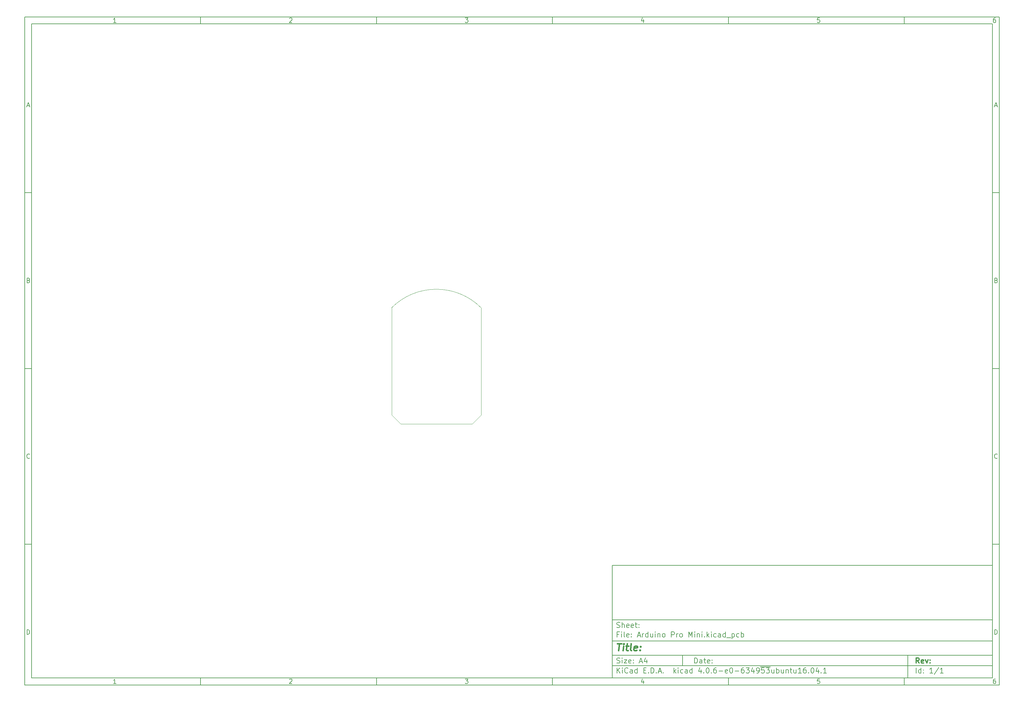
<source format=gbr>
G04 #@! TF.FileFunction,Profile,NP*
%FSLAX46Y46*%
G04 Gerber Fmt 4.6, Leading zero omitted, Abs format (unit mm)*
G04 Created by KiCad (PCBNEW 4.0.6-e0-6349~53~ubuntu16.04.1) date Wed Jun 21 16:24:44 2017*
%MOMM*%
%LPD*%
G01*
G04 APERTURE LIST*
%ADD10C,0.100000*%
%ADD11C,0.150000*%
%ADD12C,0.300000*%
%ADD13C,0.400000*%
G04 APERTURE END LIST*
D10*
D11*
X177002200Y-166007200D02*
X177002200Y-198007200D01*
X285002200Y-198007200D01*
X285002200Y-166007200D01*
X177002200Y-166007200D01*
D10*
D11*
X10000000Y-10000000D02*
X10000000Y-200007200D01*
X287002200Y-200007200D01*
X287002200Y-10000000D01*
X10000000Y-10000000D01*
D10*
D11*
X12000000Y-12000000D02*
X12000000Y-198007200D01*
X285002200Y-198007200D01*
X285002200Y-12000000D01*
X12000000Y-12000000D01*
D10*
D11*
X60000000Y-12000000D02*
X60000000Y-10000000D01*
D10*
D11*
X110000000Y-12000000D02*
X110000000Y-10000000D01*
D10*
D11*
X160000000Y-12000000D02*
X160000000Y-10000000D01*
D10*
D11*
X210000000Y-12000000D02*
X210000000Y-10000000D01*
D10*
D11*
X260000000Y-12000000D02*
X260000000Y-10000000D01*
D10*
D11*
X35990476Y-11588095D02*
X35247619Y-11588095D01*
X35619048Y-11588095D02*
X35619048Y-10288095D01*
X35495238Y-10473810D01*
X35371429Y-10597619D01*
X35247619Y-10659524D01*
D10*
D11*
X85247619Y-10411905D02*
X85309524Y-10350000D01*
X85433333Y-10288095D01*
X85742857Y-10288095D01*
X85866667Y-10350000D01*
X85928571Y-10411905D01*
X85990476Y-10535714D01*
X85990476Y-10659524D01*
X85928571Y-10845238D01*
X85185714Y-11588095D01*
X85990476Y-11588095D01*
D10*
D11*
X135185714Y-10288095D02*
X135990476Y-10288095D01*
X135557143Y-10783333D01*
X135742857Y-10783333D01*
X135866667Y-10845238D01*
X135928571Y-10907143D01*
X135990476Y-11030952D01*
X135990476Y-11340476D01*
X135928571Y-11464286D01*
X135866667Y-11526190D01*
X135742857Y-11588095D01*
X135371429Y-11588095D01*
X135247619Y-11526190D01*
X135185714Y-11464286D01*
D10*
D11*
X185866667Y-10721429D02*
X185866667Y-11588095D01*
X185557143Y-10226190D02*
X185247619Y-11154762D01*
X186052381Y-11154762D01*
D10*
D11*
X235928571Y-10288095D02*
X235309524Y-10288095D01*
X235247619Y-10907143D01*
X235309524Y-10845238D01*
X235433333Y-10783333D01*
X235742857Y-10783333D01*
X235866667Y-10845238D01*
X235928571Y-10907143D01*
X235990476Y-11030952D01*
X235990476Y-11340476D01*
X235928571Y-11464286D01*
X235866667Y-11526190D01*
X235742857Y-11588095D01*
X235433333Y-11588095D01*
X235309524Y-11526190D01*
X235247619Y-11464286D01*
D10*
D11*
X285866667Y-10288095D02*
X285619048Y-10288095D01*
X285495238Y-10350000D01*
X285433333Y-10411905D01*
X285309524Y-10597619D01*
X285247619Y-10845238D01*
X285247619Y-11340476D01*
X285309524Y-11464286D01*
X285371429Y-11526190D01*
X285495238Y-11588095D01*
X285742857Y-11588095D01*
X285866667Y-11526190D01*
X285928571Y-11464286D01*
X285990476Y-11340476D01*
X285990476Y-11030952D01*
X285928571Y-10907143D01*
X285866667Y-10845238D01*
X285742857Y-10783333D01*
X285495238Y-10783333D01*
X285371429Y-10845238D01*
X285309524Y-10907143D01*
X285247619Y-11030952D01*
D10*
D11*
X60000000Y-198007200D02*
X60000000Y-200007200D01*
D10*
D11*
X110000000Y-198007200D02*
X110000000Y-200007200D01*
D10*
D11*
X160000000Y-198007200D02*
X160000000Y-200007200D01*
D10*
D11*
X210000000Y-198007200D02*
X210000000Y-200007200D01*
D10*
D11*
X260000000Y-198007200D02*
X260000000Y-200007200D01*
D10*
D11*
X35990476Y-199595295D02*
X35247619Y-199595295D01*
X35619048Y-199595295D02*
X35619048Y-198295295D01*
X35495238Y-198481010D01*
X35371429Y-198604819D01*
X35247619Y-198666724D01*
D10*
D11*
X85247619Y-198419105D02*
X85309524Y-198357200D01*
X85433333Y-198295295D01*
X85742857Y-198295295D01*
X85866667Y-198357200D01*
X85928571Y-198419105D01*
X85990476Y-198542914D01*
X85990476Y-198666724D01*
X85928571Y-198852438D01*
X85185714Y-199595295D01*
X85990476Y-199595295D01*
D10*
D11*
X135185714Y-198295295D02*
X135990476Y-198295295D01*
X135557143Y-198790533D01*
X135742857Y-198790533D01*
X135866667Y-198852438D01*
X135928571Y-198914343D01*
X135990476Y-199038152D01*
X135990476Y-199347676D01*
X135928571Y-199471486D01*
X135866667Y-199533390D01*
X135742857Y-199595295D01*
X135371429Y-199595295D01*
X135247619Y-199533390D01*
X135185714Y-199471486D01*
D10*
D11*
X185866667Y-198728629D02*
X185866667Y-199595295D01*
X185557143Y-198233390D02*
X185247619Y-199161962D01*
X186052381Y-199161962D01*
D10*
D11*
X235928571Y-198295295D02*
X235309524Y-198295295D01*
X235247619Y-198914343D01*
X235309524Y-198852438D01*
X235433333Y-198790533D01*
X235742857Y-198790533D01*
X235866667Y-198852438D01*
X235928571Y-198914343D01*
X235990476Y-199038152D01*
X235990476Y-199347676D01*
X235928571Y-199471486D01*
X235866667Y-199533390D01*
X235742857Y-199595295D01*
X235433333Y-199595295D01*
X235309524Y-199533390D01*
X235247619Y-199471486D01*
D10*
D11*
X285866667Y-198295295D02*
X285619048Y-198295295D01*
X285495238Y-198357200D01*
X285433333Y-198419105D01*
X285309524Y-198604819D01*
X285247619Y-198852438D01*
X285247619Y-199347676D01*
X285309524Y-199471486D01*
X285371429Y-199533390D01*
X285495238Y-199595295D01*
X285742857Y-199595295D01*
X285866667Y-199533390D01*
X285928571Y-199471486D01*
X285990476Y-199347676D01*
X285990476Y-199038152D01*
X285928571Y-198914343D01*
X285866667Y-198852438D01*
X285742857Y-198790533D01*
X285495238Y-198790533D01*
X285371429Y-198852438D01*
X285309524Y-198914343D01*
X285247619Y-199038152D01*
D10*
D11*
X10000000Y-60000000D02*
X12000000Y-60000000D01*
D10*
D11*
X10000000Y-110000000D02*
X12000000Y-110000000D01*
D10*
D11*
X10000000Y-160000000D02*
X12000000Y-160000000D01*
D10*
D11*
X10690476Y-35216667D02*
X11309524Y-35216667D01*
X10566667Y-35588095D02*
X11000000Y-34288095D01*
X11433333Y-35588095D01*
D10*
D11*
X11092857Y-84907143D02*
X11278571Y-84969048D01*
X11340476Y-85030952D01*
X11402381Y-85154762D01*
X11402381Y-85340476D01*
X11340476Y-85464286D01*
X11278571Y-85526190D01*
X11154762Y-85588095D01*
X10659524Y-85588095D01*
X10659524Y-84288095D01*
X11092857Y-84288095D01*
X11216667Y-84350000D01*
X11278571Y-84411905D01*
X11340476Y-84535714D01*
X11340476Y-84659524D01*
X11278571Y-84783333D01*
X11216667Y-84845238D01*
X11092857Y-84907143D01*
X10659524Y-84907143D01*
D10*
D11*
X11402381Y-135464286D02*
X11340476Y-135526190D01*
X11154762Y-135588095D01*
X11030952Y-135588095D01*
X10845238Y-135526190D01*
X10721429Y-135402381D01*
X10659524Y-135278571D01*
X10597619Y-135030952D01*
X10597619Y-134845238D01*
X10659524Y-134597619D01*
X10721429Y-134473810D01*
X10845238Y-134350000D01*
X11030952Y-134288095D01*
X11154762Y-134288095D01*
X11340476Y-134350000D01*
X11402381Y-134411905D01*
D10*
D11*
X10659524Y-185588095D02*
X10659524Y-184288095D01*
X10969048Y-184288095D01*
X11154762Y-184350000D01*
X11278571Y-184473810D01*
X11340476Y-184597619D01*
X11402381Y-184845238D01*
X11402381Y-185030952D01*
X11340476Y-185278571D01*
X11278571Y-185402381D01*
X11154762Y-185526190D01*
X10969048Y-185588095D01*
X10659524Y-185588095D01*
D10*
D11*
X287002200Y-60000000D02*
X285002200Y-60000000D01*
D10*
D11*
X287002200Y-110000000D02*
X285002200Y-110000000D01*
D10*
D11*
X287002200Y-160000000D02*
X285002200Y-160000000D01*
D10*
D11*
X285692676Y-35216667D02*
X286311724Y-35216667D01*
X285568867Y-35588095D02*
X286002200Y-34288095D01*
X286435533Y-35588095D01*
D10*
D11*
X286095057Y-84907143D02*
X286280771Y-84969048D01*
X286342676Y-85030952D01*
X286404581Y-85154762D01*
X286404581Y-85340476D01*
X286342676Y-85464286D01*
X286280771Y-85526190D01*
X286156962Y-85588095D01*
X285661724Y-85588095D01*
X285661724Y-84288095D01*
X286095057Y-84288095D01*
X286218867Y-84350000D01*
X286280771Y-84411905D01*
X286342676Y-84535714D01*
X286342676Y-84659524D01*
X286280771Y-84783333D01*
X286218867Y-84845238D01*
X286095057Y-84907143D01*
X285661724Y-84907143D01*
D10*
D11*
X286404581Y-135464286D02*
X286342676Y-135526190D01*
X286156962Y-135588095D01*
X286033152Y-135588095D01*
X285847438Y-135526190D01*
X285723629Y-135402381D01*
X285661724Y-135278571D01*
X285599819Y-135030952D01*
X285599819Y-134845238D01*
X285661724Y-134597619D01*
X285723629Y-134473810D01*
X285847438Y-134350000D01*
X286033152Y-134288095D01*
X286156962Y-134288095D01*
X286342676Y-134350000D01*
X286404581Y-134411905D01*
D10*
D11*
X285661724Y-185588095D02*
X285661724Y-184288095D01*
X285971248Y-184288095D01*
X286156962Y-184350000D01*
X286280771Y-184473810D01*
X286342676Y-184597619D01*
X286404581Y-184845238D01*
X286404581Y-185030952D01*
X286342676Y-185278571D01*
X286280771Y-185402381D01*
X286156962Y-185526190D01*
X285971248Y-185588095D01*
X285661724Y-185588095D01*
D10*
D11*
X200359343Y-193785771D02*
X200359343Y-192285771D01*
X200716486Y-192285771D01*
X200930771Y-192357200D01*
X201073629Y-192500057D01*
X201145057Y-192642914D01*
X201216486Y-192928629D01*
X201216486Y-193142914D01*
X201145057Y-193428629D01*
X201073629Y-193571486D01*
X200930771Y-193714343D01*
X200716486Y-193785771D01*
X200359343Y-193785771D01*
X202502200Y-193785771D02*
X202502200Y-193000057D01*
X202430771Y-192857200D01*
X202287914Y-192785771D01*
X202002200Y-192785771D01*
X201859343Y-192857200D01*
X202502200Y-193714343D02*
X202359343Y-193785771D01*
X202002200Y-193785771D01*
X201859343Y-193714343D01*
X201787914Y-193571486D01*
X201787914Y-193428629D01*
X201859343Y-193285771D01*
X202002200Y-193214343D01*
X202359343Y-193214343D01*
X202502200Y-193142914D01*
X203002200Y-192785771D02*
X203573629Y-192785771D01*
X203216486Y-192285771D02*
X203216486Y-193571486D01*
X203287914Y-193714343D01*
X203430772Y-193785771D01*
X203573629Y-193785771D01*
X204645057Y-193714343D02*
X204502200Y-193785771D01*
X204216486Y-193785771D01*
X204073629Y-193714343D01*
X204002200Y-193571486D01*
X204002200Y-193000057D01*
X204073629Y-192857200D01*
X204216486Y-192785771D01*
X204502200Y-192785771D01*
X204645057Y-192857200D01*
X204716486Y-193000057D01*
X204716486Y-193142914D01*
X204002200Y-193285771D01*
X205359343Y-193642914D02*
X205430771Y-193714343D01*
X205359343Y-193785771D01*
X205287914Y-193714343D01*
X205359343Y-193642914D01*
X205359343Y-193785771D01*
X205359343Y-192857200D02*
X205430771Y-192928629D01*
X205359343Y-193000057D01*
X205287914Y-192928629D01*
X205359343Y-192857200D01*
X205359343Y-193000057D01*
D10*
D11*
X177002200Y-194507200D02*
X285002200Y-194507200D01*
D10*
D11*
X178359343Y-196585771D02*
X178359343Y-195085771D01*
X179216486Y-196585771D02*
X178573629Y-195728629D01*
X179216486Y-195085771D02*
X178359343Y-195942914D01*
X179859343Y-196585771D02*
X179859343Y-195585771D01*
X179859343Y-195085771D02*
X179787914Y-195157200D01*
X179859343Y-195228629D01*
X179930771Y-195157200D01*
X179859343Y-195085771D01*
X179859343Y-195228629D01*
X181430772Y-196442914D02*
X181359343Y-196514343D01*
X181145057Y-196585771D01*
X181002200Y-196585771D01*
X180787915Y-196514343D01*
X180645057Y-196371486D01*
X180573629Y-196228629D01*
X180502200Y-195942914D01*
X180502200Y-195728629D01*
X180573629Y-195442914D01*
X180645057Y-195300057D01*
X180787915Y-195157200D01*
X181002200Y-195085771D01*
X181145057Y-195085771D01*
X181359343Y-195157200D01*
X181430772Y-195228629D01*
X182716486Y-196585771D02*
X182716486Y-195800057D01*
X182645057Y-195657200D01*
X182502200Y-195585771D01*
X182216486Y-195585771D01*
X182073629Y-195657200D01*
X182716486Y-196514343D02*
X182573629Y-196585771D01*
X182216486Y-196585771D01*
X182073629Y-196514343D01*
X182002200Y-196371486D01*
X182002200Y-196228629D01*
X182073629Y-196085771D01*
X182216486Y-196014343D01*
X182573629Y-196014343D01*
X182716486Y-195942914D01*
X184073629Y-196585771D02*
X184073629Y-195085771D01*
X184073629Y-196514343D02*
X183930772Y-196585771D01*
X183645058Y-196585771D01*
X183502200Y-196514343D01*
X183430772Y-196442914D01*
X183359343Y-196300057D01*
X183359343Y-195871486D01*
X183430772Y-195728629D01*
X183502200Y-195657200D01*
X183645058Y-195585771D01*
X183930772Y-195585771D01*
X184073629Y-195657200D01*
X185930772Y-195800057D02*
X186430772Y-195800057D01*
X186645058Y-196585771D02*
X185930772Y-196585771D01*
X185930772Y-195085771D01*
X186645058Y-195085771D01*
X187287915Y-196442914D02*
X187359343Y-196514343D01*
X187287915Y-196585771D01*
X187216486Y-196514343D01*
X187287915Y-196442914D01*
X187287915Y-196585771D01*
X188002201Y-196585771D02*
X188002201Y-195085771D01*
X188359344Y-195085771D01*
X188573629Y-195157200D01*
X188716487Y-195300057D01*
X188787915Y-195442914D01*
X188859344Y-195728629D01*
X188859344Y-195942914D01*
X188787915Y-196228629D01*
X188716487Y-196371486D01*
X188573629Y-196514343D01*
X188359344Y-196585771D01*
X188002201Y-196585771D01*
X189502201Y-196442914D02*
X189573629Y-196514343D01*
X189502201Y-196585771D01*
X189430772Y-196514343D01*
X189502201Y-196442914D01*
X189502201Y-196585771D01*
X190145058Y-196157200D02*
X190859344Y-196157200D01*
X190002201Y-196585771D02*
X190502201Y-195085771D01*
X191002201Y-196585771D01*
X191502201Y-196442914D02*
X191573629Y-196514343D01*
X191502201Y-196585771D01*
X191430772Y-196514343D01*
X191502201Y-196442914D01*
X191502201Y-196585771D01*
X194502201Y-196585771D02*
X194502201Y-195085771D01*
X194645058Y-196014343D02*
X195073629Y-196585771D01*
X195073629Y-195585771D02*
X194502201Y-196157200D01*
X195716487Y-196585771D02*
X195716487Y-195585771D01*
X195716487Y-195085771D02*
X195645058Y-195157200D01*
X195716487Y-195228629D01*
X195787915Y-195157200D01*
X195716487Y-195085771D01*
X195716487Y-195228629D01*
X197073630Y-196514343D02*
X196930773Y-196585771D01*
X196645059Y-196585771D01*
X196502201Y-196514343D01*
X196430773Y-196442914D01*
X196359344Y-196300057D01*
X196359344Y-195871486D01*
X196430773Y-195728629D01*
X196502201Y-195657200D01*
X196645059Y-195585771D01*
X196930773Y-195585771D01*
X197073630Y-195657200D01*
X198359344Y-196585771D02*
X198359344Y-195800057D01*
X198287915Y-195657200D01*
X198145058Y-195585771D01*
X197859344Y-195585771D01*
X197716487Y-195657200D01*
X198359344Y-196514343D02*
X198216487Y-196585771D01*
X197859344Y-196585771D01*
X197716487Y-196514343D01*
X197645058Y-196371486D01*
X197645058Y-196228629D01*
X197716487Y-196085771D01*
X197859344Y-196014343D01*
X198216487Y-196014343D01*
X198359344Y-195942914D01*
X199716487Y-196585771D02*
X199716487Y-195085771D01*
X199716487Y-196514343D02*
X199573630Y-196585771D01*
X199287916Y-196585771D01*
X199145058Y-196514343D01*
X199073630Y-196442914D01*
X199002201Y-196300057D01*
X199002201Y-195871486D01*
X199073630Y-195728629D01*
X199145058Y-195657200D01*
X199287916Y-195585771D01*
X199573630Y-195585771D01*
X199716487Y-195657200D01*
X202216487Y-195585771D02*
X202216487Y-196585771D01*
X201859344Y-195014343D02*
X201502201Y-196085771D01*
X202430773Y-196085771D01*
X203002201Y-196442914D02*
X203073629Y-196514343D01*
X203002201Y-196585771D01*
X202930772Y-196514343D01*
X203002201Y-196442914D01*
X203002201Y-196585771D01*
X204002201Y-195085771D02*
X204145058Y-195085771D01*
X204287915Y-195157200D01*
X204359344Y-195228629D01*
X204430773Y-195371486D01*
X204502201Y-195657200D01*
X204502201Y-196014343D01*
X204430773Y-196300057D01*
X204359344Y-196442914D01*
X204287915Y-196514343D01*
X204145058Y-196585771D01*
X204002201Y-196585771D01*
X203859344Y-196514343D01*
X203787915Y-196442914D01*
X203716487Y-196300057D01*
X203645058Y-196014343D01*
X203645058Y-195657200D01*
X203716487Y-195371486D01*
X203787915Y-195228629D01*
X203859344Y-195157200D01*
X204002201Y-195085771D01*
X205145058Y-196442914D02*
X205216486Y-196514343D01*
X205145058Y-196585771D01*
X205073629Y-196514343D01*
X205145058Y-196442914D01*
X205145058Y-196585771D01*
X206502201Y-195085771D02*
X206216487Y-195085771D01*
X206073630Y-195157200D01*
X206002201Y-195228629D01*
X205859344Y-195442914D01*
X205787915Y-195728629D01*
X205787915Y-196300057D01*
X205859344Y-196442914D01*
X205930772Y-196514343D01*
X206073630Y-196585771D01*
X206359344Y-196585771D01*
X206502201Y-196514343D01*
X206573630Y-196442914D01*
X206645058Y-196300057D01*
X206645058Y-195942914D01*
X206573630Y-195800057D01*
X206502201Y-195728629D01*
X206359344Y-195657200D01*
X206073630Y-195657200D01*
X205930772Y-195728629D01*
X205859344Y-195800057D01*
X205787915Y-195942914D01*
X207287915Y-196014343D02*
X208430772Y-196014343D01*
X209716486Y-196514343D02*
X209573629Y-196585771D01*
X209287915Y-196585771D01*
X209145058Y-196514343D01*
X209073629Y-196371486D01*
X209073629Y-195800057D01*
X209145058Y-195657200D01*
X209287915Y-195585771D01*
X209573629Y-195585771D01*
X209716486Y-195657200D01*
X209787915Y-195800057D01*
X209787915Y-195942914D01*
X209073629Y-196085771D01*
X210716486Y-195085771D02*
X210859343Y-195085771D01*
X211002200Y-195157200D01*
X211073629Y-195228629D01*
X211145058Y-195371486D01*
X211216486Y-195657200D01*
X211216486Y-196014343D01*
X211145058Y-196300057D01*
X211073629Y-196442914D01*
X211002200Y-196514343D01*
X210859343Y-196585771D01*
X210716486Y-196585771D01*
X210573629Y-196514343D01*
X210502200Y-196442914D01*
X210430772Y-196300057D01*
X210359343Y-196014343D01*
X210359343Y-195657200D01*
X210430772Y-195371486D01*
X210502200Y-195228629D01*
X210573629Y-195157200D01*
X210716486Y-195085771D01*
X211859343Y-196014343D02*
X213002200Y-196014343D01*
X214359343Y-195085771D02*
X214073629Y-195085771D01*
X213930772Y-195157200D01*
X213859343Y-195228629D01*
X213716486Y-195442914D01*
X213645057Y-195728629D01*
X213645057Y-196300057D01*
X213716486Y-196442914D01*
X213787914Y-196514343D01*
X213930772Y-196585771D01*
X214216486Y-196585771D01*
X214359343Y-196514343D01*
X214430772Y-196442914D01*
X214502200Y-196300057D01*
X214502200Y-195942914D01*
X214430772Y-195800057D01*
X214359343Y-195728629D01*
X214216486Y-195657200D01*
X213930772Y-195657200D01*
X213787914Y-195728629D01*
X213716486Y-195800057D01*
X213645057Y-195942914D01*
X215002200Y-195085771D02*
X215930771Y-195085771D01*
X215430771Y-195657200D01*
X215645057Y-195657200D01*
X215787914Y-195728629D01*
X215859343Y-195800057D01*
X215930771Y-195942914D01*
X215930771Y-196300057D01*
X215859343Y-196442914D01*
X215787914Y-196514343D01*
X215645057Y-196585771D01*
X215216485Y-196585771D01*
X215073628Y-196514343D01*
X215002200Y-196442914D01*
X217216485Y-195585771D02*
X217216485Y-196585771D01*
X216859342Y-195014343D02*
X216502199Y-196085771D01*
X217430771Y-196085771D01*
X218073627Y-196585771D02*
X218359342Y-196585771D01*
X218502199Y-196514343D01*
X218573627Y-196442914D01*
X218716485Y-196228629D01*
X218787913Y-195942914D01*
X218787913Y-195371486D01*
X218716485Y-195228629D01*
X218645056Y-195157200D01*
X218502199Y-195085771D01*
X218216485Y-195085771D01*
X218073627Y-195157200D01*
X218002199Y-195228629D01*
X217930770Y-195371486D01*
X217930770Y-195728629D01*
X218002199Y-195871486D01*
X218073627Y-195942914D01*
X218216485Y-196014343D01*
X218502199Y-196014343D01*
X218645056Y-195942914D01*
X218716485Y-195871486D01*
X218787913Y-195728629D01*
X220145056Y-195085771D02*
X219430770Y-195085771D01*
X219359341Y-195800057D01*
X219430770Y-195728629D01*
X219573627Y-195657200D01*
X219930770Y-195657200D01*
X220073627Y-195728629D01*
X220145056Y-195800057D01*
X220216484Y-195942914D01*
X220216484Y-196300057D01*
X220145056Y-196442914D01*
X220073627Y-196514343D01*
X219930770Y-196585771D01*
X219573627Y-196585771D01*
X219430770Y-196514343D01*
X219359341Y-196442914D01*
X220716484Y-195085771D02*
X221645055Y-195085771D01*
X221145055Y-195657200D01*
X221359341Y-195657200D01*
X221502198Y-195728629D01*
X221573627Y-195800057D01*
X221645055Y-195942914D01*
X221645055Y-196300057D01*
X221573627Y-196442914D01*
X221502198Y-196514343D01*
X221359341Y-196585771D01*
X220930769Y-196585771D01*
X220787912Y-196514343D01*
X220716484Y-196442914D01*
X219073627Y-194827200D02*
X221930769Y-194827200D01*
X222930769Y-195585771D02*
X222930769Y-196585771D01*
X222287912Y-195585771D02*
X222287912Y-196371486D01*
X222359340Y-196514343D01*
X222502198Y-196585771D01*
X222716483Y-196585771D01*
X222859340Y-196514343D01*
X222930769Y-196442914D01*
X223645055Y-196585771D02*
X223645055Y-195085771D01*
X223645055Y-195657200D02*
X223787912Y-195585771D01*
X224073626Y-195585771D01*
X224216483Y-195657200D01*
X224287912Y-195728629D01*
X224359341Y-195871486D01*
X224359341Y-196300057D01*
X224287912Y-196442914D01*
X224216483Y-196514343D01*
X224073626Y-196585771D01*
X223787912Y-196585771D01*
X223645055Y-196514343D01*
X225645055Y-195585771D02*
X225645055Y-196585771D01*
X225002198Y-195585771D02*
X225002198Y-196371486D01*
X225073626Y-196514343D01*
X225216484Y-196585771D01*
X225430769Y-196585771D01*
X225573626Y-196514343D01*
X225645055Y-196442914D01*
X226359341Y-195585771D02*
X226359341Y-196585771D01*
X226359341Y-195728629D02*
X226430769Y-195657200D01*
X226573627Y-195585771D01*
X226787912Y-195585771D01*
X226930769Y-195657200D01*
X227002198Y-195800057D01*
X227002198Y-196585771D01*
X227502198Y-195585771D02*
X228073627Y-195585771D01*
X227716484Y-195085771D02*
X227716484Y-196371486D01*
X227787912Y-196514343D01*
X227930770Y-196585771D01*
X228073627Y-196585771D01*
X229216484Y-195585771D02*
X229216484Y-196585771D01*
X228573627Y-195585771D02*
X228573627Y-196371486D01*
X228645055Y-196514343D01*
X228787913Y-196585771D01*
X229002198Y-196585771D01*
X229145055Y-196514343D01*
X229216484Y-196442914D01*
X230716484Y-196585771D02*
X229859341Y-196585771D01*
X230287913Y-196585771D02*
X230287913Y-195085771D01*
X230145056Y-195300057D01*
X230002198Y-195442914D01*
X229859341Y-195514343D01*
X232002198Y-195085771D02*
X231716484Y-195085771D01*
X231573627Y-195157200D01*
X231502198Y-195228629D01*
X231359341Y-195442914D01*
X231287912Y-195728629D01*
X231287912Y-196300057D01*
X231359341Y-196442914D01*
X231430769Y-196514343D01*
X231573627Y-196585771D01*
X231859341Y-196585771D01*
X232002198Y-196514343D01*
X232073627Y-196442914D01*
X232145055Y-196300057D01*
X232145055Y-195942914D01*
X232073627Y-195800057D01*
X232002198Y-195728629D01*
X231859341Y-195657200D01*
X231573627Y-195657200D01*
X231430769Y-195728629D01*
X231359341Y-195800057D01*
X231287912Y-195942914D01*
X232787912Y-196442914D02*
X232859340Y-196514343D01*
X232787912Y-196585771D01*
X232716483Y-196514343D01*
X232787912Y-196442914D01*
X232787912Y-196585771D01*
X233787912Y-195085771D02*
X233930769Y-195085771D01*
X234073626Y-195157200D01*
X234145055Y-195228629D01*
X234216484Y-195371486D01*
X234287912Y-195657200D01*
X234287912Y-196014343D01*
X234216484Y-196300057D01*
X234145055Y-196442914D01*
X234073626Y-196514343D01*
X233930769Y-196585771D01*
X233787912Y-196585771D01*
X233645055Y-196514343D01*
X233573626Y-196442914D01*
X233502198Y-196300057D01*
X233430769Y-196014343D01*
X233430769Y-195657200D01*
X233502198Y-195371486D01*
X233573626Y-195228629D01*
X233645055Y-195157200D01*
X233787912Y-195085771D01*
X235573626Y-195585771D02*
X235573626Y-196585771D01*
X235216483Y-195014343D02*
X234859340Y-196085771D01*
X235787912Y-196085771D01*
X236359340Y-196442914D02*
X236430768Y-196514343D01*
X236359340Y-196585771D01*
X236287911Y-196514343D01*
X236359340Y-196442914D01*
X236359340Y-196585771D01*
X237859340Y-196585771D02*
X237002197Y-196585771D01*
X237430769Y-196585771D02*
X237430769Y-195085771D01*
X237287912Y-195300057D01*
X237145054Y-195442914D01*
X237002197Y-195514343D01*
D10*
D11*
X177002200Y-191507200D02*
X285002200Y-191507200D01*
D10*
D12*
X264216486Y-193785771D02*
X263716486Y-193071486D01*
X263359343Y-193785771D02*
X263359343Y-192285771D01*
X263930771Y-192285771D01*
X264073629Y-192357200D01*
X264145057Y-192428629D01*
X264216486Y-192571486D01*
X264216486Y-192785771D01*
X264145057Y-192928629D01*
X264073629Y-193000057D01*
X263930771Y-193071486D01*
X263359343Y-193071486D01*
X265430771Y-193714343D02*
X265287914Y-193785771D01*
X265002200Y-193785771D01*
X264859343Y-193714343D01*
X264787914Y-193571486D01*
X264787914Y-193000057D01*
X264859343Y-192857200D01*
X265002200Y-192785771D01*
X265287914Y-192785771D01*
X265430771Y-192857200D01*
X265502200Y-193000057D01*
X265502200Y-193142914D01*
X264787914Y-193285771D01*
X266002200Y-192785771D02*
X266359343Y-193785771D01*
X266716485Y-192785771D01*
X267287914Y-193642914D02*
X267359342Y-193714343D01*
X267287914Y-193785771D01*
X267216485Y-193714343D01*
X267287914Y-193642914D01*
X267287914Y-193785771D01*
X267287914Y-192857200D02*
X267359342Y-192928629D01*
X267287914Y-193000057D01*
X267216485Y-192928629D01*
X267287914Y-192857200D01*
X267287914Y-193000057D01*
D10*
D11*
X178287914Y-193714343D02*
X178502200Y-193785771D01*
X178859343Y-193785771D01*
X179002200Y-193714343D01*
X179073629Y-193642914D01*
X179145057Y-193500057D01*
X179145057Y-193357200D01*
X179073629Y-193214343D01*
X179002200Y-193142914D01*
X178859343Y-193071486D01*
X178573629Y-193000057D01*
X178430771Y-192928629D01*
X178359343Y-192857200D01*
X178287914Y-192714343D01*
X178287914Y-192571486D01*
X178359343Y-192428629D01*
X178430771Y-192357200D01*
X178573629Y-192285771D01*
X178930771Y-192285771D01*
X179145057Y-192357200D01*
X179787914Y-193785771D02*
X179787914Y-192785771D01*
X179787914Y-192285771D02*
X179716485Y-192357200D01*
X179787914Y-192428629D01*
X179859342Y-192357200D01*
X179787914Y-192285771D01*
X179787914Y-192428629D01*
X180359343Y-192785771D02*
X181145057Y-192785771D01*
X180359343Y-193785771D01*
X181145057Y-193785771D01*
X182287914Y-193714343D02*
X182145057Y-193785771D01*
X181859343Y-193785771D01*
X181716486Y-193714343D01*
X181645057Y-193571486D01*
X181645057Y-193000057D01*
X181716486Y-192857200D01*
X181859343Y-192785771D01*
X182145057Y-192785771D01*
X182287914Y-192857200D01*
X182359343Y-193000057D01*
X182359343Y-193142914D01*
X181645057Y-193285771D01*
X183002200Y-193642914D02*
X183073628Y-193714343D01*
X183002200Y-193785771D01*
X182930771Y-193714343D01*
X183002200Y-193642914D01*
X183002200Y-193785771D01*
X183002200Y-192857200D02*
X183073628Y-192928629D01*
X183002200Y-193000057D01*
X182930771Y-192928629D01*
X183002200Y-192857200D01*
X183002200Y-193000057D01*
X184787914Y-193357200D02*
X185502200Y-193357200D01*
X184645057Y-193785771D02*
X185145057Y-192285771D01*
X185645057Y-193785771D01*
X186787914Y-192785771D02*
X186787914Y-193785771D01*
X186430771Y-192214343D02*
X186073628Y-193285771D01*
X187002200Y-193285771D01*
D10*
D11*
X263359343Y-196585771D02*
X263359343Y-195085771D01*
X264716486Y-196585771D02*
X264716486Y-195085771D01*
X264716486Y-196514343D02*
X264573629Y-196585771D01*
X264287915Y-196585771D01*
X264145057Y-196514343D01*
X264073629Y-196442914D01*
X264002200Y-196300057D01*
X264002200Y-195871486D01*
X264073629Y-195728629D01*
X264145057Y-195657200D01*
X264287915Y-195585771D01*
X264573629Y-195585771D01*
X264716486Y-195657200D01*
X265430772Y-196442914D02*
X265502200Y-196514343D01*
X265430772Y-196585771D01*
X265359343Y-196514343D01*
X265430772Y-196442914D01*
X265430772Y-196585771D01*
X265430772Y-195657200D02*
X265502200Y-195728629D01*
X265430772Y-195800057D01*
X265359343Y-195728629D01*
X265430772Y-195657200D01*
X265430772Y-195800057D01*
X268073629Y-196585771D02*
X267216486Y-196585771D01*
X267645058Y-196585771D02*
X267645058Y-195085771D01*
X267502201Y-195300057D01*
X267359343Y-195442914D01*
X267216486Y-195514343D01*
X269787914Y-195014343D02*
X268502200Y-196942914D01*
X271073629Y-196585771D02*
X270216486Y-196585771D01*
X270645058Y-196585771D02*
X270645058Y-195085771D01*
X270502201Y-195300057D01*
X270359343Y-195442914D01*
X270216486Y-195514343D01*
D10*
D11*
X177002200Y-187507200D02*
X285002200Y-187507200D01*
D10*
D13*
X178454581Y-188211962D02*
X179597438Y-188211962D01*
X178776010Y-190211962D02*
X179026010Y-188211962D01*
X180014105Y-190211962D02*
X180180771Y-188878629D01*
X180264105Y-188211962D02*
X180156962Y-188307200D01*
X180240295Y-188402438D01*
X180347439Y-188307200D01*
X180264105Y-188211962D01*
X180240295Y-188402438D01*
X180847438Y-188878629D02*
X181609343Y-188878629D01*
X181216486Y-188211962D02*
X181002200Y-189926248D01*
X181073630Y-190116724D01*
X181252201Y-190211962D01*
X181442677Y-190211962D01*
X182395058Y-190211962D02*
X182216487Y-190116724D01*
X182145057Y-189926248D01*
X182359343Y-188211962D01*
X183930772Y-190116724D02*
X183728391Y-190211962D01*
X183347439Y-190211962D01*
X183168867Y-190116724D01*
X183097438Y-189926248D01*
X183192676Y-189164343D01*
X183311724Y-188973867D01*
X183514105Y-188878629D01*
X183895057Y-188878629D01*
X184073629Y-188973867D01*
X184145057Y-189164343D01*
X184121248Y-189354819D01*
X183145057Y-189545295D01*
X184895057Y-190021486D02*
X184978392Y-190116724D01*
X184871248Y-190211962D01*
X184787915Y-190116724D01*
X184895057Y-190021486D01*
X184871248Y-190211962D01*
X185026010Y-188973867D02*
X185109344Y-189069105D01*
X185002200Y-189164343D01*
X184918867Y-189069105D01*
X185026010Y-188973867D01*
X185002200Y-189164343D01*
D10*
D11*
X178859343Y-185600057D02*
X178359343Y-185600057D01*
X178359343Y-186385771D02*
X178359343Y-184885771D01*
X179073629Y-184885771D01*
X179645057Y-186385771D02*
X179645057Y-185385771D01*
X179645057Y-184885771D02*
X179573628Y-184957200D01*
X179645057Y-185028629D01*
X179716485Y-184957200D01*
X179645057Y-184885771D01*
X179645057Y-185028629D01*
X180573629Y-186385771D02*
X180430771Y-186314343D01*
X180359343Y-186171486D01*
X180359343Y-184885771D01*
X181716485Y-186314343D02*
X181573628Y-186385771D01*
X181287914Y-186385771D01*
X181145057Y-186314343D01*
X181073628Y-186171486D01*
X181073628Y-185600057D01*
X181145057Y-185457200D01*
X181287914Y-185385771D01*
X181573628Y-185385771D01*
X181716485Y-185457200D01*
X181787914Y-185600057D01*
X181787914Y-185742914D01*
X181073628Y-185885771D01*
X182430771Y-186242914D02*
X182502199Y-186314343D01*
X182430771Y-186385771D01*
X182359342Y-186314343D01*
X182430771Y-186242914D01*
X182430771Y-186385771D01*
X182430771Y-185457200D02*
X182502199Y-185528629D01*
X182430771Y-185600057D01*
X182359342Y-185528629D01*
X182430771Y-185457200D01*
X182430771Y-185600057D01*
X184216485Y-185957200D02*
X184930771Y-185957200D01*
X184073628Y-186385771D02*
X184573628Y-184885771D01*
X185073628Y-186385771D01*
X185573628Y-186385771D02*
X185573628Y-185385771D01*
X185573628Y-185671486D02*
X185645056Y-185528629D01*
X185716485Y-185457200D01*
X185859342Y-185385771D01*
X186002199Y-185385771D01*
X187145056Y-186385771D02*
X187145056Y-184885771D01*
X187145056Y-186314343D02*
X187002199Y-186385771D01*
X186716485Y-186385771D01*
X186573627Y-186314343D01*
X186502199Y-186242914D01*
X186430770Y-186100057D01*
X186430770Y-185671486D01*
X186502199Y-185528629D01*
X186573627Y-185457200D01*
X186716485Y-185385771D01*
X187002199Y-185385771D01*
X187145056Y-185457200D01*
X188502199Y-185385771D02*
X188502199Y-186385771D01*
X187859342Y-185385771D02*
X187859342Y-186171486D01*
X187930770Y-186314343D01*
X188073628Y-186385771D01*
X188287913Y-186385771D01*
X188430770Y-186314343D01*
X188502199Y-186242914D01*
X189216485Y-186385771D02*
X189216485Y-185385771D01*
X189216485Y-184885771D02*
X189145056Y-184957200D01*
X189216485Y-185028629D01*
X189287913Y-184957200D01*
X189216485Y-184885771D01*
X189216485Y-185028629D01*
X189930771Y-185385771D02*
X189930771Y-186385771D01*
X189930771Y-185528629D02*
X190002199Y-185457200D01*
X190145057Y-185385771D01*
X190359342Y-185385771D01*
X190502199Y-185457200D01*
X190573628Y-185600057D01*
X190573628Y-186385771D01*
X191502200Y-186385771D02*
X191359342Y-186314343D01*
X191287914Y-186242914D01*
X191216485Y-186100057D01*
X191216485Y-185671486D01*
X191287914Y-185528629D01*
X191359342Y-185457200D01*
X191502200Y-185385771D01*
X191716485Y-185385771D01*
X191859342Y-185457200D01*
X191930771Y-185528629D01*
X192002200Y-185671486D01*
X192002200Y-186100057D01*
X191930771Y-186242914D01*
X191859342Y-186314343D01*
X191716485Y-186385771D01*
X191502200Y-186385771D01*
X193787914Y-186385771D02*
X193787914Y-184885771D01*
X194359342Y-184885771D01*
X194502200Y-184957200D01*
X194573628Y-185028629D01*
X194645057Y-185171486D01*
X194645057Y-185385771D01*
X194573628Y-185528629D01*
X194502200Y-185600057D01*
X194359342Y-185671486D01*
X193787914Y-185671486D01*
X195287914Y-186385771D02*
X195287914Y-185385771D01*
X195287914Y-185671486D02*
X195359342Y-185528629D01*
X195430771Y-185457200D01*
X195573628Y-185385771D01*
X195716485Y-185385771D01*
X196430771Y-186385771D02*
X196287913Y-186314343D01*
X196216485Y-186242914D01*
X196145056Y-186100057D01*
X196145056Y-185671486D01*
X196216485Y-185528629D01*
X196287913Y-185457200D01*
X196430771Y-185385771D01*
X196645056Y-185385771D01*
X196787913Y-185457200D01*
X196859342Y-185528629D01*
X196930771Y-185671486D01*
X196930771Y-186100057D01*
X196859342Y-186242914D01*
X196787913Y-186314343D01*
X196645056Y-186385771D01*
X196430771Y-186385771D01*
X198716485Y-186385771D02*
X198716485Y-184885771D01*
X199216485Y-185957200D01*
X199716485Y-184885771D01*
X199716485Y-186385771D01*
X200430771Y-186385771D02*
X200430771Y-185385771D01*
X200430771Y-184885771D02*
X200359342Y-184957200D01*
X200430771Y-185028629D01*
X200502199Y-184957200D01*
X200430771Y-184885771D01*
X200430771Y-185028629D01*
X201145057Y-185385771D02*
X201145057Y-186385771D01*
X201145057Y-185528629D02*
X201216485Y-185457200D01*
X201359343Y-185385771D01*
X201573628Y-185385771D01*
X201716485Y-185457200D01*
X201787914Y-185600057D01*
X201787914Y-186385771D01*
X202502200Y-186385771D02*
X202502200Y-185385771D01*
X202502200Y-184885771D02*
X202430771Y-184957200D01*
X202502200Y-185028629D01*
X202573628Y-184957200D01*
X202502200Y-184885771D01*
X202502200Y-185028629D01*
X203216486Y-186242914D02*
X203287914Y-186314343D01*
X203216486Y-186385771D01*
X203145057Y-186314343D01*
X203216486Y-186242914D01*
X203216486Y-186385771D01*
X203930772Y-186385771D02*
X203930772Y-184885771D01*
X204073629Y-185814343D02*
X204502200Y-186385771D01*
X204502200Y-185385771D02*
X203930772Y-185957200D01*
X205145058Y-186385771D02*
X205145058Y-185385771D01*
X205145058Y-184885771D02*
X205073629Y-184957200D01*
X205145058Y-185028629D01*
X205216486Y-184957200D01*
X205145058Y-184885771D01*
X205145058Y-185028629D01*
X206502201Y-186314343D02*
X206359344Y-186385771D01*
X206073630Y-186385771D01*
X205930772Y-186314343D01*
X205859344Y-186242914D01*
X205787915Y-186100057D01*
X205787915Y-185671486D01*
X205859344Y-185528629D01*
X205930772Y-185457200D01*
X206073630Y-185385771D01*
X206359344Y-185385771D01*
X206502201Y-185457200D01*
X207787915Y-186385771D02*
X207787915Y-185600057D01*
X207716486Y-185457200D01*
X207573629Y-185385771D01*
X207287915Y-185385771D01*
X207145058Y-185457200D01*
X207787915Y-186314343D02*
X207645058Y-186385771D01*
X207287915Y-186385771D01*
X207145058Y-186314343D01*
X207073629Y-186171486D01*
X207073629Y-186028629D01*
X207145058Y-185885771D01*
X207287915Y-185814343D01*
X207645058Y-185814343D01*
X207787915Y-185742914D01*
X209145058Y-186385771D02*
X209145058Y-184885771D01*
X209145058Y-186314343D02*
X209002201Y-186385771D01*
X208716487Y-186385771D01*
X208573629Y-186314343D01*
X208502201Y-186242914D01*
X208430772Y-186100057D01*
X208430772Y-185671486D01*
X208502201Y-185528629D01*
X208573629Y-185457200D01*
X208716487Y-185385771D01*
X209002201Y-185385771D01*
X209145058Y-185457200D01*
X209502201Y-186528629D02*
X210645058Y-186528629D01*
X211002201Y-185385771D02*
X211002201Y-186885771D01*
X211002201Y-185457200D02*
X211145058Y-185385771D01*
X211430772Y-185385771D01*
X211573629Y-185457200D01*
X211645058Y-185528629D01*
X211716487Y-185671486D01*
X211716487Y-186100057D01*
X211645058Y-186242914D01*
X211573629Y-186314343D01*
X211430772Y-186385771D01*
X211145058Y-186385771D01*
X211002201Y-186314343D01*
X213002201Y-186314343D02*
X212859344Y-186385771D01*
X212573630Y-186385771D01*
X212430772Y-186314343D01*
X212359344Y-186242914D01*
X212287915Y-186100057D01*
X212287915Y-185671486D01*
X212359344Y-185528629D01*
X212430772Y-185457200D01*
X212573630Y-185385771D01*
X212859344Y-185385771D01*
X213002201Y-185457200D01*
X213645058Y-186385771D02*
X213645058Y-184885771D01*
X213645058Y-185457200D02*
X213787915Y-185385771D01*
X214073629Y-185385771D01*
X214216486Y-185457200D01*
X214287915Y-185528629D01*
X214359344Y-185671486D01*
X214359344Y-186100057D01*
X214287915Y-186242914D01*
X214216486Y-186314343D01*
X214073629Y-186385771D01*
X213787915Y-186385771D01*
X213645058Y-186314343D01*
D10*
D11*
X177002200Y-181507200D02*
X285002200Y-181507200D01*
D10*
D11*
X178287914Y-183614343D02*
X178502200Y-183685771D01*
X178859343Y-183685771D01*
X179002200Y-183614343D01*
X179073629Y-183542914D01*
X179145057Y-183400057D01*
X179145057Y-183257200D01*
X179073629Y-183114343D01*
X179002200Y-183042914D01*
X178859343Y-182971486D01*
X178573629Y-182900057D01*
X178430771Y-182828629D01*
X178359343Y-182757200D01*
X178287914Y-182614343D01*
X178287914Y-182471486D01*
X178359343Y-182328629D01*
X178430771Y-182257200D01*
X178573629Y-182185771D01*
X178930771Y-182185771D01*
X179145057Y-182257200D01*
X179787914Y-183685771D02*
X179787914Y-182185771D01*
X180430771Y-183685771D02*
X180430771Y-182900057D01*
X180359342Y-182757200D01*
X180216485Y-182685771D01*
X180002200Y-182685771D01*
X179859342Y-182757200D01*
X179787914Y-182828629D01*
X181716485Y-183614343D02*
X181573628Y-183685771D01*
X181287914Y-183685771D01*
X181145057Y-183614343D01*
X181073628Y-183471486D01*
X181073628Y-182900057D01*
X181145057Y-182757200D01*
X181287914Y-182685771D01*
X181573628Y-182685771D01*
X181716485Y-182757200D01*
X181787914Y-182900057D01*
X181787914Y-183042914D01*
X181073628Y-183185771D01*
X183002199Y-183614343D02*
X182859342Y-183685771D01*
X182573628Y-183685771D01*
X182430771Y-183614343D01*
X182359342Y-183471486D01*
X182359342Y-182900057D01*
X182430771Y-182757200D01*
X182573628Y-182685771D01*
X182859342Y-182685771D01*
X183002199Y-182757200D01*
X183073628Y-182900057D01*
X183073628Y-183042914D01*
X182359342Y-183185771D01*
X183502199Y-182685771D02*
X184073628Y-182685771D01*
X183716485Y-182185771D02*
X183716485Y-183471486D01*
X183787913Y-183614343D01*
X183930771Y-183685771D01*
X184073628Y-183685771D01*
X184573628Y-183542914D02*
X184645056Y-183614343D01*
X184573628Y-183685771D01*
X184502199Y-183614343D01*
X184573628Y-183542914D01*
X184573628Y-183685771D01*
X184573628Y-182757200D02*
X184645056Y-182828629D01*
X184573628Y-182900057D01*
X184502199Y-182828629D01*
X184573628Y-182757200D01*
X184573628Y-182900057D01*
D10*
D11*
X197002200Y-191507200D02*
X197002200Y-194507200D01*
D10*
D11*
X261002200Y-191507200D02*
X261002200Y-198007200D01*
D10*
X139700000Y-123190000D02*
X139700000Y-92710000D01*
X137160000Y-125730000D02*
X139700000Y-123190000D01*
X135890000Y-125730000D02*
X137160000Y-125730000D01*
X116840000Y-125730000D02*
X135890000Y-125730000D01*
X114300000Y-123190000D02*
X116840000Y-125730000D01*
X114300000Y-113030000D02*
X114300000Y-123190000D01*
X114300000Y-92710000D02*
X114300000Y-113030000D01*
X139700000Y-92710000D02*
G75*
G03X114300000Y-92710000I-12700000J-12700000D01*
G01*
M02*

</source>
